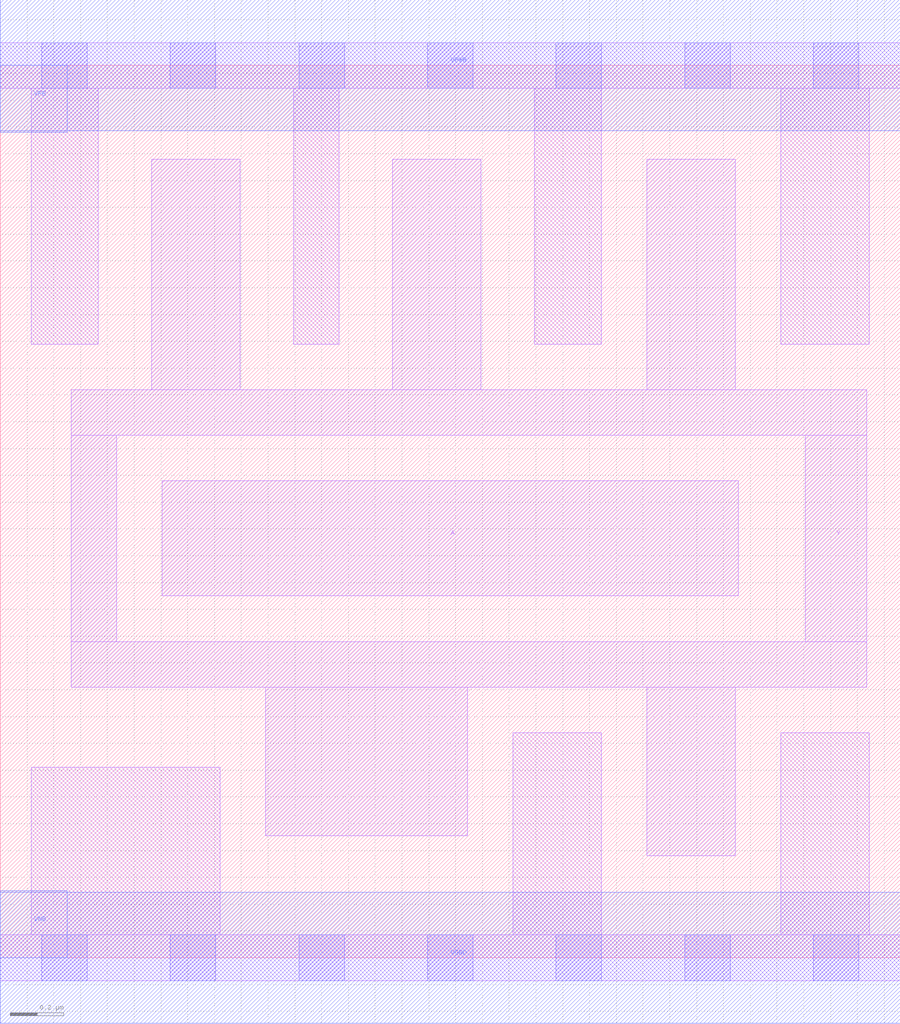
<source format=lef>
# Copyright 2020 The SkyWater PDK Authors
#
# Licensed under the Apache License, Version 2.0 (the "License");
# you may not use this file except in compliance with the License.
# You may obtain a copy of the License at
#
#     https://www.apache.org/licenses/LICENSE-2.0
#
# Unless required by applicable law or agreed to in writing, software
# distributed under the License is distributed on an "AS IS" BASIS,
# WITHOUT WARRANTIES OR CONDITIONS OF ANY KIND, either express or implied.
# See the License for the specific language governing permissions and
# limitations under the License.
#
# SPDX-License-Identifier: Apache-2.0

VERSION 5.5 ;
NAMESCASESENSITIVE ON ;
BUSBITCHARS "[]" ;
DIVIDERCHAR "/" ;
MACRO sky130_fd_sc_hs__clkinv_4
  CLASS CORE ;
  SOURCE USER ;
  ORIGIN  0.000000  0.000000 ;
  SIZE  3.360000 BY  3.330000 ;
  SYMMETRY X Y ;
  SITE unit ;
  PIN A
    ANTENNAGATEAREA  1.260000 ;
    DIRECTION INPUT ;
    USE SIGNAL ;
    PORT
      LAYER li1 ;
        RECT 0.605000 1.350000 2.755000 1.780000 ;
    END
  END A
  PIN Y
    ANTENNADIFFAREA  1.432200 ;
    DIRECTION OUTPUT ;
    USE SIGNAL ;
    PORT
      LAYER li1 ;
        RECT 0.265000 1.010000 3.235000 1.180000 ;
        RECT 0.265000 1.180000 0.435000 1.950000 ;
        RECT 0.265000 1.950000 3.235000 2.120000 ;
        RECT 0.565000 2.120000 0.895000 2.980000 ;
        RECT 0.990000 0.455000 1.745000 1.010000 ;
        RECT 1.465000 2.120000 1.795000 2.980000 ;
        RECT 2.415000 0.380000 2.745000 1.010000 ;
        RECT 2.415000 2.120000 2.745000 2.980000 ;
        RECT 3.005000 1.180000 3.235000 1.950000 ;
    END
  END Y
  PIN VGND
    DIRECTION INOUT ;
    USE GROUND ;
    PORT
      LAYER met1 ;
        RECT 0.000000 -0.245000 3.360000 0.245000 ;
    END
  END VGND
  PIN VNB
    DIRECTION INOUT ;
    USE GROUND ;
    PORT
      LAYER met1 ;
        RECT 0.000000 0.000000 0.250000 0.250000 ;
    END
  END VNB
  PIN VPB
    DIRECTION INOUT ;
    USE POWER ;
    PORT
      LAYER met1 ;
        RECT 0.000000 3.080000 0.250000 3.330000 ;
    END
  END VPB
  PIN VPWR
    DIRECTION INOUT ;
    USE POWER ;
    PORT
      LAYER met1 ;
        RECT 0.000000 3.085000 3.360000 3.575000 ;
    END
  END VPWR
  OBS
    LAYER li1 ;
      RECT 0.000000 -0.085000 3.360000 0.085000 ;
      RECT 0.000000  3.245000 3.360000 3.415000 ;
      RECT 0.115000  0.085000 0.820000 0.710000 ;
      RECT 0.115000  2.290000 0.365000 3.245000 ;
      RECT 1.095000  2.290000 1.265000 3.245000 ;
      RECT 1.915000  0.085000 2.245000 0.840000 ;
      RECT 1.995000  2.290000 2.245000 3.245000 ;
      RECT 2.915000  0.085000 3.245000 0.840000 ;
      RECT 2.915000  2.290000 3.245000 3.245000 ;
    LAYER mcon ;
      RECT 0.155000 -0.085000 0.325000 0.085000 ;
      RECT 0.155000  3.245000 0.325000 3.415000 ;
      RECT 0.635000 -0.085000 0.805000 0.085000 ;
      RECT 0.635000  3.245000 0.805000 3.415000 ;
      RECT 1.115000 -0.085000 1.285000 0.085000 ;
      RECT 1.115000  3.245000 1.285000 3.415000 ;
      RECT 1.595000 -0.085000 1.765000 0.085000 ;
      RECT 1.595000  3.245000 1.765000 3.415000 ;
      RECT 2.075000 -0.085000 2.245000 0.085000 ;
      RECT 2.075000  3.245000 2.245000 3.415000 ;
      RECT 2.555000 -0.085000 2.725000 0.085000 ;
      RECT 2.555000  3.245000 2.725000 3.415000 ;
      RECT 3.035000 -0.085000 3.205000 0.085000 ;
      RECT 3.035000  3.245000 3.205000 3.415000 ;
  END
END sky130_fd_sc_hs__clkinv_4

</source>
